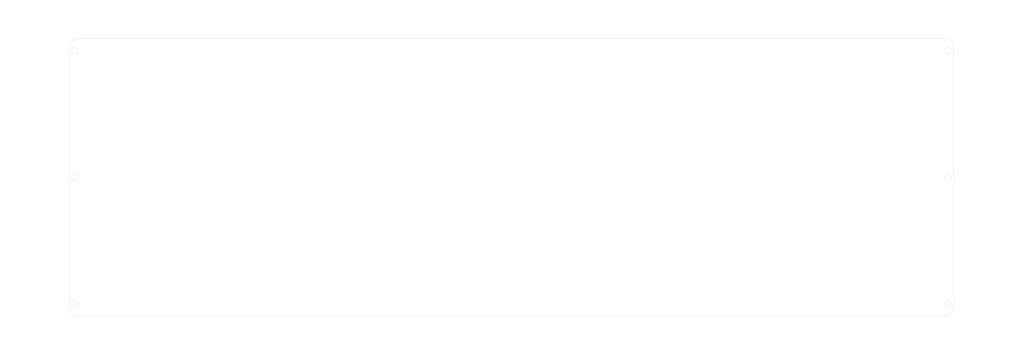
<source format=kicad_pcb>
(kicad_pcb (version 20221018) (generator pcbnew)

  (general
    (thickness 1.6)
  )

  (paper "A3")
  (title_block
    (title "GL516 Switch plate Dimensional drawing")
    (date "2022-01-03")
  )

  (layers
    (0 "F.Cu" signal)
    (31 "B.Cu" signal)
    (32 "B.Adhes" user "B.Adhesive")
    (33 "F.Adhes" user "F.Adhesive")
    (34 "B.Paste" user)
    (35 "F.Paste" user)
    (36 "B.SilkS" user "B.Silkscreen")
    (37 "F.SilkS" user "F.Silkscreen")
    (38 "B.Mask" user)
    (39 "F.Mask" user)
    (40 "Dwgs.User" user "User.Drawings")
    (41 "Cmts.User" user "User.Comments")
    (42 "Eco1.User" user "User.Eco1")
    (43 "Eco2.User" user "User.Eco2")
    (44 "Edge.Cuts" user)
    (45 "Margin" user)
    (46 "B.CrtYd" user "B.Courtyard")
    (47 "F.CrtYd" user "F.Courtyard")
    (48 "B.Fab" user)
    (49 "F.Fab" user)
  )

  (setup
    (pad_to_mask_clearance 0)
    (pcbplotparams
      (layerselection 0x0001000_7ffffffe)
      (plot_on_all_layers_selection 0x0000000_00000000)
      (disableapertmacros false)
      (usegerberextensions true)
      (usegerberattributes false)
      (usegerberadvancedattributes false)
      (creategerberjobfile false)
      (dashed_line_dash_ratio 12.000000)
      (dashed_line_gap_ratio 3.000000)
      (svgprecision 4)
      (plotframeref false)
      (viasonmask false)
      (mode 1)
      (useauxorigin false)
      (hpglpennumber 1)
      (hpglpenspeed 20)
      (hpglpendiameter 15.000000)
      (dxfpolygonmode true)
      (dxfimperialunits true)
      (dxfusepcbnewfont true)
      (psnegative false)
      (psa4output false)
      (plotreference true)
      (plotvalue true)
      (plotinvisibletext false)
      (sketchpadsonfab false)
      (subtractmaskfromsilk false)
      (outputformat 4)
      (mirror false)
      (drillshape 0)
      (scaleselection 1)
      (outputdirectory "C:/Users/サリチル酸/Desktop/")
    )
  )

  (net 0 "")

  (gr_line (start 373.625 201.05) (end 388.625 201.05)
    (stroke (width 0.15) (type solid)) (layer "Eco1.User") (tstamp 097e3704-9e4a-429a-97f5-0b42958934d6))
  (gr_line (start 373.625 82.25) (end 386.625 82.25)
    (stroke (width 0.15) (type solid)) (layer "Eco1.User") (tstamp 9ae4b22c-fdce-4deb-96ff-ef4c69f2b47c))
  (gr_line (start 373.625 201.05) (end 362.602935 187.527935)
    (stroke (width 0.15) (type solid)) (layer "Eco1.User") (tstamp bdc88837-4421-464e-9a00-cfd0f17e3a73))
  (gr_line (start 373.625 82.25) (end 362.746641 93.128359)
    (stroke (width 0.15) (type solid)) (layer "Eco1.User") (tstamp ea05513d-cc2a-4c0a-855d-5bd40e40f3f3))
  (gr_arc (start 360.625 92.25) (mid 362.74632 93.12868) (end 363.625 95.25)
    (stroke (width 0.1) (type solid)) (layer "Edge.Cuts") (tstamp 00000000-0000-0000-0000-000060576ed8))
  (gr_arc (start 49.275 95.25) (mid 50.15368 93.12868) (end 52.275 92.25)
    (stroke (width 0.1) (type solid)) (layer "Edge.Cuts") (tstamp 00000000-0000-0000-0000-000060576f20))
  (gr_arc (start 52.275 191.05) (mid 50.15368 190.17132) (end 49.275 188.05)
    (stroke (width 0.1) (type solid)) (layer "Edge.Cuts") (tstamp 00000000-0000-0000-0000-000060576f55))
  (gr_circle (center 51.075 186.75) (end 52.175 186.75)
    (stroke (width 0.1) (type solid)) (fill none) (layer "Edge.Cuts") (tstamp 00000000-0000-0000-0000-000061cf0aba))
  (gr_circle (center 51.075 141.65) (end 52.175 141.65)
    (stroke (width 0.1) (type solid)) (fill none) (layer "Edge.Cuts") (tstamp 2b0e640f-d78e-482d-b1ed-413f3abde813))
  (gr_line (start 360.625 92.25) (end 52.275 92.25)
    (stroke (width 0.1) (type solid)) (layer "Edge.Cuts") (tstamp 410dcd11-d8f6-4664-bda3-61cdaf0d7da6))
  (gr_circle (center 361.825 186.75) (end 362.925 186.75)
    (stroke (width 0.1) (type solid)) (fill none) (layer "Edge.Cuts") (tstamp 6a501bad-43c6-4fcb-ab91-fe13fa76f9e6))
  (gr_arc (start 363.625 188.05) (mid 362.74632 190.17132) (end 360.625 191.05)
    (stroke (width 0.1) (type solid)) (layer "Edge.Cuts") (tstamp 6e70208c-d5c9-40dd-861e-438386587d8f))
  (gr_line (start 52.275 191.05) (end 360.625 191.05)
    (stroke (width 0.1) (type solid)) (layer "Edge.Cuts") (tstamp 822a27b6-8923-4008-a757-7bdf1efdf2e4))
  (gr_circle (center 51.075 96.55) (end 52.175 96.55)
    (stroke (width 0.1) (type solid)) (fill none) (layer "Edge.Cuts") (tstamp 9fbbe980-ac8e-4e68-8711-4bd629d03261))
  (gr_circle (center 361.825 141.65) (end 362.925 141.65)
    (stroke (width 0.1) (type solid)) (fill none) (layer "Edge.Cuts") (tstamp af5bac6d-fae8-4526-894a-bc3697d9a0a9))
  (gr_circle (center 361.825 96.55) (end 362.925 96.55)
    (stroke (width 0.1) (type solid)) (fill none) (layer "Edge.Cuts") (tstamp e1fc642f-4c8c-4845-8153-5ec7fa0e7b0c))
  (gr_line (start 49.275 95.25) (end 49.275 188.05)
    (stroke (width 0.1) (type solid)) (layer "Edge.Cuts") (tstamp ec9aef3c-15e2-4705-b203-ac8bc9334783))
  (gr_line (start 363.625 188.05) (end 363.625 95.25)
    (stroke (width 0.1) (type solid)) (layer "Edge.Cuts") (tstamp f66d1299-bbc2-497b-bb4c-9c95f76f25dc))
  (gr_arc (start 57.275 191.05) (mid 55.15368 190.17132) (end 54.275 188.05)
    (stroke (width 0.15) (type solid)) (layer "F.Fab") (tstamp 18732788-68f4-4db6-9be4-8e603aec0275))
  (gr_arc (start 54.275 95.25) (mid 55.15368 93.12868) (end 57.275 92.25)
    (stroke (width 0.15) (type solid)) (layer "F.Fab") (tstamp 2637430a-82d5-44a9-a1b7-fc83e0c0ac6f))
  (gr_arc (start 358.625 188.05) (mid 357.74632 190.17132) (end 355.625 191.05)
    (stroke (width 0.15) (type solid)) (layer "F.Fab") (tstamp 4702ecf3-8cff-48c5-b95e-2c09373495df))
  (gr_line (start 54.275 95.25) (end 54.275 188.05)
    (stroke (width 0.15) (type solid)) (layer "F.Fab") (tstamp 4b9c2916-de37-4d0b-a1ad-86d29d7b36bc))
  (gr_line (start 355.625 92.25) (end 57.275 92.25)
    (stroke (width 0.15) (type solid)) (layer "F.Fab") (tstamp 820dac18-4487-4738-bc47-7325527f2091))
  (gr_line (start 358.625 188.05) (end 358.625 95.25)
    (stroke (width 0.15) (type solid)) (layer "F.Fab") (tstamp a6dcc80d-0679-41c6-8cee-10936ad9e845))
  (gr_arc (start 355.625 92.25) (mid 357.74632 93.12868) (end 358.625 95.25)
    (stroke (width 0.15) (type solid)) (layer "F.Fab") (tstamp d195e4ec-13cd-42a6-8d88-6de61895a9f6))
  (gr_line (start 57.275 191.05) (end 355.625 191.05)
    (stroke (width 0.15) (type solid)) (layer "F.Fab") (tstamp ee1a9291-2d98-4517-a9a7-c092e6003bf8))
  (gr_text "6-Φ2.2" (at 374.625 199.55) (layer "Eco1.User") (tstamp 00000000-0000-0000-0000-000061cf0df5)
    (effects (font (size 2 2) (thickness 0.2)) (justify left))
  )
  (gr_text "4-R3" (at 374.625 80.75) (layer "Eco1.User") (tstamp 6396c8e2-e2e0-4dd5-877d-ccb9ec19b574)
    (effects (font (size 2 2) (thickness 0.2)) (justify left))
  )
  (gr_text "PCB" (at 206.45 141.65) (layer "F.Fab") (tstamp 2624a5bc-a313-41ac-81c8-2854d5792feb)
    (effects (font (size 5 5) (thickness 0.5)))
  )
  (dimension (type aligned) (layer "Eco1.User") (tstamp 23a594d5-b332-4f6b-b22e-3f2f676d35fc)
    (pts (xy 49.275 186.75) (xy 51.075 186.75))
    (height 9.3)
    (gr_text "1.8000 mm" (at 50.175 193.85) (layer "Eco1.User") (tstamp 23a594d5-b332-4f6b-b22e-3f2f676d35fc)
      (effects (font (size 2 2) (thickness 0.2)) (justify right))
    )
    (format (prefix "") (suffix "") (units 2) (units_format 1) (precision 4))
    (style (thickness 0.15) (arrow_length 1.27) (text_position_mode 0) (extension_height 0.58642) (extension_offset 0) keep_text_aligned)
  )
  (dimension (type aligned) (layer "Eco1.User") (tstamp 402dadee-4926-4da9-b02f-eb64386a235f)
    (pts (xy 360.625 191.05) (xy 360.625 92.25))
    (height 8)
    (gr_text "98.8000 mm" (at 366.425 141.65 90) (layer "Eco1.User") (tstamp 402dadee-4926-4da9-b02f-eb64386a235f)
      (effects (font (size 2 2) (thickness 0.2)))
    )
    (format (prefix "") (suffix "") (units 2) (units_format 1) (precision 4))
    (style (thickness 0.15) (arrow_length 1.27) (text_position_mode 0) (extension_height 0.58642) (extension_offset 0) keep_text_aligned)
  )
  (dimension (type aligned) (layer "Eco1.User") (tstamp 49ee0d86-d858-4d85-ac79-2e58e5be38e2)
    (pts (xy 51.075 96.55) (xy 51.075 141.65))
    (height 6.8)
    (gr_text "45.1000 mm" (at 42.075 119.1 90) (layer "Eco1.User") (tstamp 49ee0d86-d858-4d85-ac79-2e58e5be38e2)
      (effects (font (size 2 2) (thickness 0.2)))
    )
    (format (prefix "") (suffix "") (units 2) (units_format 1) (precision 4))
    (style (thickness 0.15) (arrow_length 1.27) (text_position_mode 0) (extension_height 0.58642) (extension_offset 0) keep_text_aligned)
  )
  (dimension (type aligned) (layer "Eco1.User") (tstamp 57cf98cd-ccc8-4e0d-a6a1-13d7481d47e4)
    (pts (xy 51.075 141.65) (xy 51.075 186.75))
    (height 6.8)
    (gr_text "45.1000 mm" (at 42.075 164.2 90) (layer "Eco1.User") (tstamp 57cf98cd-ccc8-4e0d-a6a1-13d7481d47e4)
      (effects (font (size 2 2) (thickness 0.2)))
    )
    (format (prefix "") (suffix "") (units 2) (units_format 1) (precision 4))
    (style (thickness 0.15) (arrow_length 1.27) (text_position_mode 0) (extension_height 0.58642) (extension_offset 0) keep_text_aligned)
  )
  (dimension (type aligned) (layer "Eco1.User") (tstamp 770a0b1f-a19f-48cd-b5cd-21de538a939d)
    (pts (xy 363.625 95.05) (xy 49.275 95.05))
    (height 12.8)
    (gr_text "314.3500 mm" (at 206.45 80.05) (layer "Eco1.User") (tstamp 770a0b1f-a19f-48cd-b5cd-21de538a939d)
      (effects (font (size 2 2) (thickness 0.2)))
    )
    (format (prefix "") (suffix "") (units 2) (units_format 1) (precision 4))
    (style (thickness 0.15) (arrow_length 1.27) (text_position_mode 0) (extension_height 0.58642) (extension_offset 0) keep_text_aligned)
  )
  (dimension (type aligned) (layer "Eco1.User") (tstamp 852c3025-137f-4fc6-859d-67ca4a444b44)
    (pts (xy 361.825 96.55) (xy 51.075 96.55))
    (height 9.3)
    (gr_text "310.7500 mm" (at 206.45 85.05) (layer "Eco1.User") (tstamp 852c3025-137f-4fc6-859d-67ca4a444b44)
      (effects (font (size 2 2) (thickness 0.2)))
    )
    (format (prefix "") (suffix "") (units 2) (units_format 1) (precision 4))
    (style (thickness 0.15) (arrow_length 1.27) (text_position_mode 0) (extension_height 0.58642) (extension_offset 0) keep_text_aligned)
  )
  (dimension (type aligned) (layer "Eco1.User") (tstamp a709ecad-b242-47b2-a17f-2070fb5f9155)
    (pts (xy 51.075 92.25) (xy 51.075 96.55))
    (height 6.8)
    (gr_text "4.3000 mm" (at 42.075 94.4 90) (layer "Eco1.User") (tstamp a709ecad-b242-47b2-a17f-2070fb5f9155)
      (effects (font (size 2 2) (thickness 0.2)) (justify right))
    )
    (format (prefix "") (suffix "") (units 2) (units_format 1) (precision 4))
    (style (thickness 0.15) (arrow_length 1.27) (text_position_mode 0) (extension_height 0.58642) (extension_offset 0) keep_text_aligned)
  )
  (dimension (type aligned) (layer "Eco1.User") (tstamp b2380cbe-7e6e-425a-a9f6-8130a212f70e)
    (pts (xy 51.075 191.05) (xy 51.075 186.75))
    (height -6.8)
    (gr_text "4.3000 mm" (at 42.075 188.9 90) (layer "Eco1.User") (tstamp b2380cbe-7e6e-425a-a9f6-8130a212f70e)
      (effects (font (size 2 2) (thickness 0.2)) (justify right))
    )
    (format (prefix "") (suffix "") (units 2) (units_format 1) (precision 4))
    (style (thickness 0.15) (arrow_length 1.27) (text_position_mode 0) (extension_height 0.58642) (extension_offset 0) keep_text_aligned)
  )
  (dimension (type aligned) (layer "Eco1.User") (tstamp d9202959-61d4-4704-93a3-d5ce4f04d848)
    (pts (xy 363.625 186.75) (xy 361.825 186.75))
    (height -9.3)
    (gr_text "1.8000 mm" (at 362.725 193.85) (layer "Eco1.User") (tstamp d9202959-61d4-4704-93a3-d5ce4f04d848)
      (effects (font (size 2 2) (thickness 0.2)) (justify right))
    )
    (format (prefix "") (suffix "") (units 2) (units_format 1) (precision 4))
    (style (thickness 0.15) (arrow_length 1.27) (text_position_mode 0) (extension_height 0.58642) (extension_offset 0) keep_text_aligned)
  )

)

</source>
